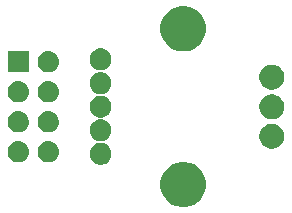
<source format=gbr>
G04 #@! TF.GenerationSoftware,KiCad,Pcbnew,(5.1.4)-1*
G04 #@! TF.CreationDate,2020-03-27T15:32:05-04:00*
G04 #@! TF.ProjectId,Encoder Daughterboard,456e636f-6465-4722-9044-617567687465,rev?*
G04 #@! TF.SameCoordinates,PX9d739e0PY5e78920*
G04 #@! TF.FileFunction,Soldermask,Top*
G04 #@! TF.FilePolarity,Negative*
%FSLAX46Y46*%
G04 Gerber Fmt 4.6, Leading zero omitted, Abs format (unit mm)*
G04 Created by KiCad (PCBNEW (5.1.4)-1) date 2020-03-27 15:32:05*
%MOMM*%
%LPD*%
G04 APERTURE LIST*
%ADD10C,0.100000*%
G04 APERTURE END LIST*
D10*
G36*
X561735Y-4748208D02*
G01*
X912208Y-4893378D01*
X1227626Y-5104134D01*
X1495866Y-5372374D01*
X1706622Y-5687792D01*
X1851792Y-6038265D01*
X1925800Y-6410325D01*
X1925800Y-6789675D01*
X1851792Y-7161735D01*
X1706622Y-7512208D01*
X1495866Y-7827626D01*
X1227626Y-8095866D01*
X912208Y-8306622D01*
X561735Y-8451792D01*
X189675Y-8525800D01*
X-189675Y-8525800D01*
X-561735Y-8451792D01*
X-912208Y-8306622D01*
X-1227626Y-8095866D01*
X-1495866Y-7827626D01*
X-1706622Y-7512208D01*
X-1851792Y-7161735D01*
X-1925800Y-6789675D01*
X-1925800Y-6410325D01*
X-1851792Y-6038265D01*
X-1706622Y-5687792D01*
X-1495866Y-5372374D01*
X-1227626Y-5104134D01*
X-912208Y-4893378D01*
X-561735Y-4748208D01*
X-189675Y-4674200D01*
X189675Y-4674200D01*
X561735Y-4748208D01*
X561735Y-4748208D01*
G37*
G36*
X-6729954Y-3109778D02*
G01*
X-6561469Y-3179566D01*
X-6409837Y-3280884D01*
X-6280884Y-3409837D01*
X-6179566Y-3561469D01*
X-6109778Y-3729954D01*
X-6074200Y-3908817D01*
X-6074200Y-4091183D01*
X-6109778Y-4270046D01*
X-6179566Y-4438531D01*
X-6280884Y-4590163D01*
X-6409837Y-4719116D01*
X-6561469Y-4820434D01*
X-6729954Y-4890222D01*
X-6908817Y-4925800D01*
X-7091183Y-4925800D01*
X-7270046Y-4890222D01*
X-7438531Y-4820434D01*
X-7590163Y-4719116D01*
X-7719116Y-4590163D01*
X-7820434Y-4438531D01*
X-7890222Y-4270046D01*
X-7925800Y-4091183D01*
X-7925800Y-3908817D01*
X-7890222Y-3729954D01*
X-7820434Y-3561469D01*
X-7719116Y-3409837D01*
X-7590163Y-3280884D01*
X-7438531Y-3179566D01*
X-7270046Y-3109778D01*
X-7091183Y-3074200D01*
X-6908817Y-3074200D01*
X-6729954Y-3109778D01*
X-6729954Y-3109778D01*
G37*
G36*
X-13793412Y-2922234D02*
G01*
X-13793409Y-2922235D01*
X-13623612Y-2973742D01*
X-13467122Y-3057388D01*
X-13329957Y-3169957D01*
X-13217388Y-3307122D01*
X-13133742Y-3463612D01*
X-13088125Y-3613992D01*
X-13082234Y-3633412D01*
X-13064842Y-3810000D01*
X-13082234Y-3986588D01*
X-13082235Y-3986591D01*
X-13133742Y-4156388D01*
X-13217388Y-4312878D01*
X-13329957Y-4450043D01*
X-13467122Y-4562612D01*
X-13623612Y-4646258D01*
X-13773992Y-4691875D01*
X-13793412Y-4697766D01*
X-13925751Y-4710800D01*
X-14014249Y-4710800D01*
X-14146588Y-4697766D01*
X-14166008Y-4691875D01*
X-14316388Y-4646258D01*
X-14472878Y-4562612D01*
X-14610043Y-4450043D01*
X-14722612Y-4312878D01*
X-14806258Y-4156388D01*
X-14857765Y-3986591D01*
X-14857766Y-3986588D01*
X-14875158Y-3810000D01*
X-14857766Y-3633412D01*
X-14851875Y-3613992D01*
X-14806258Y-3463612D01*
X-14722612Y-3307122D01*
X-14610043Y-3169957D01*
X-14472878Y-3057388D01*
X-14316388Y-2973742D01*
X-14146591Y-2922235D01*
X-14146588Y-2922234D01*
X-14014249Y-2909200D01*
X-13925751Y-2909200D01*
X-13793412Y-2922234D01*
X-13793412Y-2922234D01*
G37*
G36*
X-11253412Y-2922234D02*
G01*
X-11253409Y-2922235D01*
X-11083612Y-2973742D01*
X-10927122Y-3057388D01*
X-10789957Y-3169957D01*
X-10677388Y-3307122D01*
X-10593742Y-3463612D01*
X-10548125Y-3613992D01*
X-10542234Y-3633412D01*
X-10524842Y-3810000D01*
X-10542234Y-3986588D01*
X-10542235Y-3986591D01*
X-10593742Y-4156388D01*
X-10677388Y-4312878D01*
X-10789957Y-4450043D01*
X-10927122Y-4562612D01*
X-11083612Y-4646258D01*
X-11233992Y-4691875D01*
X-11253412Y-4697766D01*
X-11385751Y-4710800D01*
X-11474249Y-4710800D01*
X-11606588Y-4697766D01*
X-11626008Y-4691875D01*
X-11776388Y-4646258D01*
X-11932878Y-4562612D01*
X-12070043Y-4450043D01*
X-12182612Y-4312878D01*
X-12266258Y-4156388D01*
X-12317765Y-3986591D01*
X-12317766Y-3986588D01*
X-12335158Y-3810000D01*
X-12317766Y-3633412D01*
X-12311875Y-3613992D01*
X-12266258Y-3463612D01*
X-12182612Y-3307122D01*
X-12070043Y-3169957D01*
X-11932878Y-3057388D01*
X-11776388Y-2973742D01*
X-11606591Y-2922235D01*
X-11606588Y-2922234D01*
X-11474249Y-2909200D01*
X-11385751Y-2909200D01*
X-11253412Y-2922234D01*
X-11253412Y-2922234D01*
G37*
G36*
X7806507Y-1489582D02*
G01*
X7997740Y-1568793D01*
X8169846Y-1683791D01*
X8316209Y-1830154D01*
X8431207Y-2002260D01*
X8510418Y-2193493D01*
X8550800Y-2396505D01*
X8550800Y-2603495D01*
X8510418Y-2806507D01*
X8431207Y-2997740D01*
X8316209Y-3169846D01*
X8169846Y-3316209D01*
X7997740Y-3431207D01*
X7806507Y-3510418D01*
X7603495Y-3550800D01*
X7396505Y-3550800D01*
X7193493Y-3510418D01*
X7002260Y-3431207D01*
X6830154Y-3316209D01*
X6683791Y-3169846D01*
X6568793Y-2997740D01*
X6489582Y-2806507D01*
X6449200Y-2603495D01*
X6449200Y-2396505D01*
X6489582Y-2193493D01*
X6568793Y-2002260D01*
X6683791Y-1830154D01*
X6830154Y-1683791D01*
X7002260Y-1568793D01*
X7193493Y-1489582D01*
X7396505Y-1449200D01*
X7603495Y-1449200D01*
X7806507Y-1489582D01*
X7806507Y-1489582D01*
G37*
G36*
X-6729954Y-1109778D02*
G01*
X-6561469Y-1179566D01*
X-6409837Y-1280884D01*
X-6280884Y-1409837D01*
X-6179566Y-1561469D01*
X-6109778Y-1729954D01*
X-6074200Y-1908817D01*
X-6074200Y-2091183D01*
X-6109778Y-2270046D01*
X-6179566Y-2438531D01*
X-6280884Y-2590163D01*
X-6409837Y-2719116D01*
X-6561469Y-2820434D01*
X-6729954Y-2890222D01*
X-6908817Y-2925800D01*
X-7091183Y-2925800D01*
X-7270046Y-2890222D01*
X-7438531Y-2820434D01*
X-7590163Y-2719116D01*
X-7719116Y-2590163D01*
X-7820434Y-2438531D01*
X-7890222Y-2270046D01*
X-7925800Y-2091183D01*
X-7925800Y-1908817D01*
X-7890222Y-1729954D01*
X-7820434Y-1561469D01*
X-7719116Y-1409837D01*
X-7590163Y-1280884D01*
X-7438531Y-1179566D01*
X-7270046Y-1109778D01*
X-7091183Y-1074200D01*
X-6908817Y-1074200D01*
X-6729954Y-1109778D01*
X-6729954Y-1109778D01*
G37*
G36*
X-13793412Y-382234D02*
G01*
X-13793409Y-382235D01*
X-13623612Y-433742D01*
X-13467122Y-517388D01*
X-13329957Y-629957D01*
X-13217388Y-767122D01*
X-13133742Y-923612D01*
X-13107410Y-1010418D01*
X-13082234Y-1093412D01*
X-13064842Y-1270000D01*
X-13082234Y-1446588D01*
X-13082235Y-1446591D01*
X-13133742Y-1616388D01*
X-13217388Y-1772878D01*
X-13329957Y-1910043D01*
X-13467122Y-2022612D01*
X-13623612Y-2106258D01*
X-13773992Y-2151875D01*
X-13793412Y-2157766D01*
X-13925751Y-2170800D01*
X-14014249Y-2170800D01*
X-14146588Y-2157766D01*
X-14166008Y-2151875D01*
X-14316388Y-2106258D01*
X-14472878Y-2022612D01*
X-14610043Y-1910043D01*
X-14722612Y-1772878D01*
X-14806258Y-1616388D01*
X-14857765Y-1446591D01*
X-14857766Y-1446588D01*
X-14875158Y-1270000D01*
X-14857766Y-1093412D01*
X-14832590Y-1010418D01*
X-14806258Y-923612D01*
X-14722612Y-767122D01*
X-14610043Y-629957D01*
X-14472878Y-517388D01*
X-14316388Y-433742D01*
X-14146591Y-382235D01*
X-14146588Y-382234D01*
X-14014249Y-369200D01*
X-13925751Y-369200D01*
X-13793412Y-382234D01*
X-13793412Y-382234D01*
G37*
G36*
X-11253412Y-382234D02*
G01*
X-11253409Y-382235D01*
X-11083612Y-433742D01*
X-10927122Y-517388D01*
X-10789957Y-629957D01*
X-10677388Y-767122D01*
X-10593742Y-923612D01*
X-10567410Y-1010418D01*
X-10542234Y-1093412D01*
X-10524842Y-1270000D01*
X-10542234Y-1446588D01*
X-10542235Y-1446591D01*
X-10593742Y-1616388D01*
X-10677388Y-1772878D01*
X-10789957Y-1910043D01*
X-10927122Y-2022612D01*
X-11083612Y-2106258D01*
X-11233992Y-2151875D01*
X-11253412Y-2157766D01*
X-11385751Y-2170800D01*
X-11474249Y-2170800D01*
X-11606588Y-2157766D01*
X-11626008Y-2151875D01*
X-11776388Y-2106258D01*
X-11932878Y-2022612D01*
X-12070043Y-1910043D01*
X-12182612Y-1772878D01*
X-12266258Y-1616388D01*
X-12317765Y-1446591D01*
X-12317766Y-1446588D01*
X-12335158Y-1270000D01*
X-12317766Y-1093412D01*
X-12292590Y-1010418D01*
X-12266258Y-923612D01*
X-12182612Y-767122D01*
X-12070043Y-629957D01*
X-11932878Y-517388D01*
X-11776388Y-433742D01*
X-11606591Y-382235D01*
X-11606588Y-382234D01*
X-11474249Y-369200D01*
X-11385751Y-369200D01*
X-11253412Y-382234D01*
X-11253412Y-382234D01*
G37*
G36*
X7806507Y1010418D02*
G01*
X7997740Y931207D01*
X8169846Y816209D01*
X8316209Y669846D01*
X8431207Y497740D01*
X8510418Y306507D01*
X8550800Y103495D01*
X8550800Y-103495D01*
X8510418Y-306507D01*
X8431207Y-497740D01*
X8316209Y-669846D01*
X8169846Y-816209D01*
X7997740Y-931207D01*
X7806507Y-1010418D01*
X7603495Y-1050800D01*
X7396505Y-1050800D01*
X7193493Y-1010418D01*
X7002260Y-931207D01*
X6830154Y-816209D01*
X6683791Y-669846D01*
X6568793Y-497740D01*
X6489582Y-306507D01*
X6449200Y-103495D01*
X6449200Y103495D01*
X6489582Y306507D01*
X6568793Y497740D01*
X6683791Y669846D01*
X6830154Y816209D01*
X7002260Y931207D01*
X7193493Y1010418D01*
X7396505Y1050800D01*
X7603495Y1050800D01*
X7806507Y1010418D01*
X7806507Y1010418D01*
G37*
G36*
X-6729954Y890222D02*
G01*
X-6561469Y820434D01*
X-6409837Y719116D01*
X-6280884Y590163D01*
X-6179566Y438531D01*
X-6109778Y270046D01*
X-6074200Y91183D01*
X-6074200Y-91183D01*
X-6109778Y-270046D01*
X-6179566Y-438531D01*
X-6280884Y-590163D01*
X-6409837Y-719116D01*
X-6561469Y-820434D01*
X-6729954Y-890222D01*
X-6908817Y-925800D01*
X-7091183Y-925800D01*
X-7270046Y-890222D01*
X-7438531Y-820434D01*
X-7590163Y-719116D01*
X-7719116Y-590163D01*
X-7820434Y-438531D01*
X-7890222Y-270046D01*
X-7925800Y-91183D01*
X-7925800Y91183D01*
X-7890222Y270046D01*
X-7820434Y438531D01*
X-7719116Y590163D01*
X-7590163Y719116D01*
X-7438531Y820434D01*
X-7270046Y890222D01*
X-7091183Y925800D01*
X-6908817Y925800D01*
X-6729954Y890222D01*
X-6729954Y890222D01*
G37*
G36*
X-13793412Y2157766D02*
G01*
X-13793409Y2157765D01*
X-13623612Y2106258D01*
X-13467122Y2022612D01*
X-13329957Y1910043D01*
X-13217388Y1772878D01*
X-13133742Y1616388D01*
X-13117083Y1561470D01*
X-13082234Y1446588D01*
X-13064842Y1270000D01*
X-13082234Y1093412D01*
X-13082235Y1093409D01*
X-13133742Y923612D01*
X-13217388Y767122D01*
X-13329957Y629957D01*
X-13467122Y517388D01*
X-13623612Y433742D01*
X-13773992Y388125D01*
X-13793412Y382234D01*
X-13925751Y369200D01*
X-14014249Y369200D01*
X-14146588Y382234D01*
X-14166008Y388125D01*
X-14316388Y433742D01*
X-14472878Y517388D01*
X-14610043Y629957D01*
X-14722612Y767122D01*
X-14806258Y923612D01*
X-14857765Y1093409D01*
X-14857766Y1093412D01*
X-14875158Y1270000D01*
X-14857766Y1446588D01*
X-14822917Y1561470D01*
X-14806258Y1616388D01*
X-14722612Y1772878D01*
X-14610043Y1910043D01*
X-14472878Y2022612D01*
X-14316388Y2106258D01*
X-14146591Y2157765D01*
X-14146588Y2157766D01*
X-14014249Y2170800D01*
X-13925751Y2170800D01*
X-13793412Y2157766D01*
X-13793412Y2157766D01*
G37*
G36*
X-11253412Y2157766D02*
G01*
X-11253409Y2157765D01*
X-11083612Y2106258D01*
X-10927122Y2022612D01*
X-10789957Y1910043D01*
X-10677388Y1772878D01*
X-10593742Y1616388D01*
X-10577083Y1561470D01*
X-10542234Y1446588D01*
X-10524842Y1270000D01*
X-10542234Y1093412D01*
X-10542235Y1093409D01*
X-10593742Y923612D01*
X-10677388Y767122D01*
X-10789957Y629957D01*
X-10927122Y517388D01*
X-11083612Y433742D01*
X-11233992Y388125D01*
X-11253412Y382234D01*
X-11385751Y369200D01*
X-11474249Y369200D01*
X-11606588Y382234D01*
X-11626008Y388125D01*
X-11776388Y433742D01*
X-11932878Y517388D01*
X-12070043Y629957D01*
X-12182612Y767122D01*
X-12266258Y923612D01*
X-12317765Y1093409D01*
X-12317766Y1093412D01*
X-12335158Y1270000D01*
X-12317766Y1446588D01*
X-12282917Y1561470D01*
X-12266258Y1616388D01*
X-12182612Y1772878D01*
X-12070043Y1910043D01*
X-11932878Y2022612D01*
X-11776388Y2106258D01*
X-11606591Y2157765D01*
X-11606588Y2157766D01*
X-11474249Y2170800D01*
X-11385751Y2170800D01*
X-11253412Y2157766D01*
X-11253412Y2157766D01*
G37*
G36*
X-6729954Y2890222D02*
G01*
X-6561469Y2820434D01*
X-6409837Y2719116D01*
X-6280884Y2590163D01*
X-6179566Y2438531D01*
X-6109778Y2270046D01*
X-6074200Y2091183D01*
X-6074200Y1908817D01*
X-6109778Y1729954D01*
X-6179566Y1561469D01*
X-6280884Y1409837D01*
X-6409837Y1280884D01*
X-6561469Y1179566D01*
X-6729954Y1109778D01*
X-6908817Y1074200D01*
X-7091183Y1074200D01*
X-7270046Y1109778D01*
X-7438531Y1179566D01*
X-7590163Y1280884D01*
X-7719116Y1409837D01*
X-7820434Y1561469D01*
X-7890222Y1729954D01*
X-7925800Y1908817D01*
X-7925800Y2091183D01*
X-7890222Y2270046D01*
X-7820434Y2438531D01*
X-7719116Y2590163D01*
X-7590163Y2719116D01*
X-7438531Y2820434D01*
X-7270046Y2890222D01*
X-7091183Y2925800D01*
X-6908817Y2925800D01*
X-6729954Y2890222D01*
X-6729954Y2890222D01*
G37*
G36*
X7806507Y3510418D02*
G01*
X7997740Y3431207D01*
X8169846Y3316209D01*
X8316209Y3169846D01*
X8431207Y2997740D01*
X8510418Y2806507D01*
X8550800Y2603495D01*
X8550800Y2396505D01*
X8510418Y2193493D01*
X8431207Y2002260D01*
X8316209Y1830154D01*
X8169846Y1683791D01*
X7997740Y1568793D01*
X7806507Y1489582D01*
X7603495Y1449200D01*
X7396505Y1449200D01*
X7193493Y1489582D01*
X7002260Y1568793D01*
X6830154Y1683791D01*
X6683791Y1830154D01*
X6568793Y2002260D01*
X6489582Y2193493D01*
X6449200Y2396505D01*
X6449200Y2603495D01*
X6489582Y2806507D01*
X6568793Y2997740D01*
X6683791Y3169846D01*
X6830154Y3316209D01*
X7002260Y3431207D01*
X7193493Y3510418D01*
X7396505Y3550800D01*
X7603495Y3550800D01*
X7806507Y3510418D01*
X7806507Y3510418D01*
G37*
G36*
X-11253412Y4697766D02*
G01*
X-11253409Y4697765D01*
X-11083612Y4646258D01*
X-10927122Y4562612D01*
X-10789957Y4450043D01*
X-10677388Y4312878D01*
X-10593742Y4156388D01*
X-10548125Y4006008D01*
X-10542234Y3986588D01*
X-10524842Y3810000D01*
X-10542234Y3633412D01*
X-10542235Y3633409D01*
X-10593742Y3463612D01*
X-10677388Y3307122D01*
X-10789957Y3169957D01*
X-10927122Y3057388D01*
X-11083612Y2973742D01*
X-11233992Y2928125D01*
X-11253412Y2922234D01*
X-11385751Y2909200D01*
X-11474249Y2909200D01*
X-11606588Y2922234D01*
X-11626008Y2928125D01*
X-11776388Y2973742D01*
X-11932878Y3057388D01*
X-12070043Y3169957D01*
X-12182612Y3307122D01*
X-12266258Y3463612D01*
X-12317765Y3633409D01*
X-12317766Y3633412D01*
X-12335158Y3810000D01*
X-12317766Y3986588D01*
X-12311875Y4006008D01*
X-12266258Y4156388D01*
X-12182612Y4312878D01*
X-12070043Y4450043D01*
X-11932878Y4562612D01*
X-11776388Y4646258D01*
X-11606591Y4697765D01*
X-11606588Y4697766D01*
X-11474249Y4710800D01*
X-11385751Y4710800D01*
X-11253412Y4697766D01*
X-11253412Y4697766D01*
G37*
G36*
X-13069200Y2909200D02*
G01*
X-14870800Y2909200D01*
X-14870800Y4710800D01*
X-13069200Y4710800D01*
X-13069200Y2909200D01*
X-13069200Y2909200D01*
G37*
G36*
X-6729954Y4890222D02*
G01*
X-6561469Y4820434D01*
X-6409837Y4719116D01*
X-6280884Y4590163D01*
X-6179566Y4438531D01*
X-6109778Y4270046D01*
X-6074200Y4091183D01*
X-6074200Y3908817D01*
X-6109778Y3729954D01*
X-6179566Y3561469D01*
X-6280884Y3409837D01*
X-6409837Y3280884D01*
X-6561469Y3179566D01*
X-6729954Y3109778D01*
X-6908817Y3074200D01*
X-7091183Y3074200D01*
X-7270046Y3109778D01*
X-7438531Y3179566D01*
X-7590163Y3280884D01*
X-7719116Y3409837D01*
X-7820434Y3561469D01*
X-7890222Y3729954D01*
X-7925800Y3908817D01*
X-7925800Y4091183D01*
X-7890222Y4270046D01*
X-7820434Y4438531D01*
X-7719116Y4590163D01*
X-7590163Y4719116D01*
X-7438531Y4820434D01*
X-7270046Y4890222D01*
X-7091183Y4925800D01*
X-6908817Y4925800D01*
X-6729954Y4890222D01*
X-6729954Y4890222D01*
G37*
G36*
X561735Y8451792D02*
G01*
X912208Y8306622D01*
X1227626Y8095866D01*
X1495866Y7827626D01*
X1706622Y7512208D01*
X1851792Y7161735D01*
X1925800Y6789675D01*
X1925800Y6410325D01*
X1851792Y6038265D01*
X1706622Y5687792D01*
X1495866Y5372374D01*
X1227626Y5104134D01*
X912208Y4893378D01*
X561735Y4748208D01*
X189675Y4674200D01*
X-189675Y4674200D01*
X-561735Y4748208D01*
X-912208Y4893378D01*
X-1227626Y5104134D01*
X-1495866Y5372374D01*
X-1706622Y5687792D01*
X-1851792Y6038265D01*
X-1925800Y6410325D01*
X-1925800Y6789675D01*
X-1851792Y7161735D01*
X-1706622Y7512208D01*
X-1495866Y7827626D01*
X-1227626Y8095866D01*
X-912208Y8306622D01*
X-561735Y8451792D01*
X-189675Y8525800D01*
X189675Y8525800D01*
X561735Y8451792D01*
X561735Y8451792D01*
G37*
M02*

</source>
